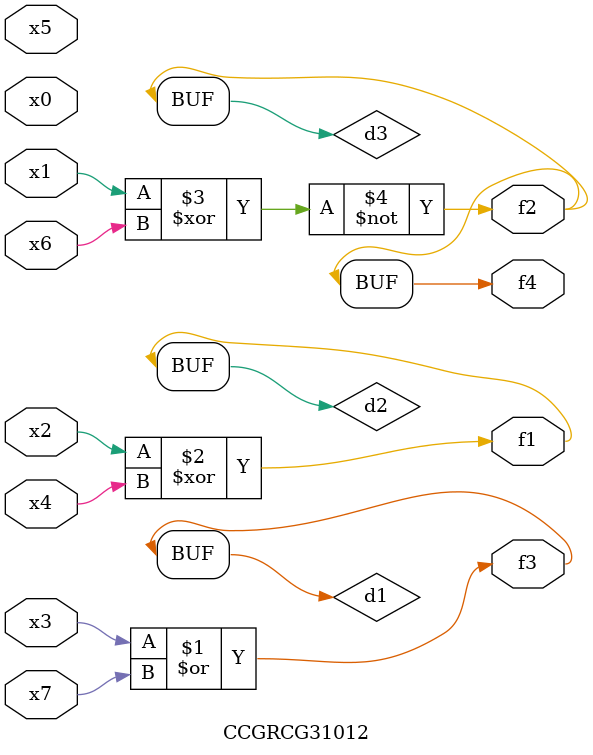
<source format=v>
module CCGRCG31012(
	input x0, x1, x2, x3, x4, x5, x6, x7,
	output f1, f2, f3, f4
);

	wire d1, d2, d3;

	or (d1, x3, x7);
	xor (d2, x2, x4);
	xnor (d3, x1, x6);
	assign f1 = d2;
	assign f2 = d3;
	assign f3 = d1;
	assign f4 = d3;
endmodule

</source>
